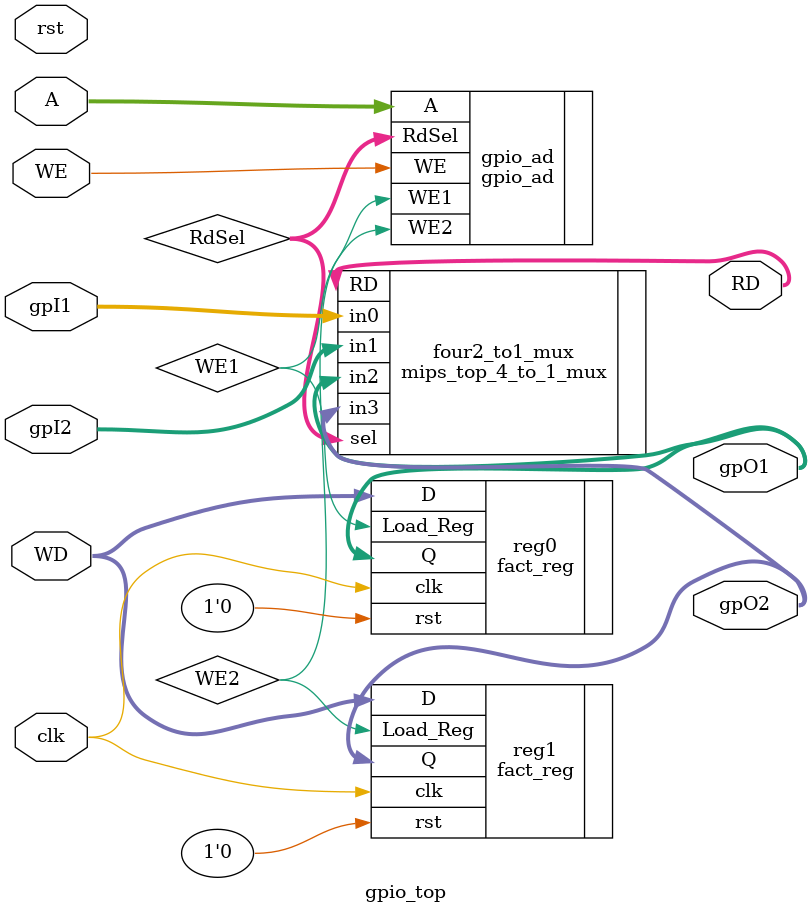
<source format=v>
`timescale 1ns / 1ps

module gpio_top(
input [1:0] A,
input WE,rst,clk,
input [31:0] gpI1, gpI2, WD,
output [31:0] RD, gpO1, gpO2
    );
wire WE1, WE2 ;
wire [1:0] RdSel;

gpio_ad gpio_ad( 
    .A          (A),
    .WE         (WE),
    .WE1        (WE1), 
    .WE2        (WE2), 
    .RdSel      (RdSel)
    );
    
fact_reg reg0( //gpO1
    .clk        (clk), 
    .rst        (1'b0),
    .D          (WD),//0....Sel,Err
    .Load_Reg   (WE1),
    .Q          (gpO1)
    );
    
fact_reg reg1( //gpO2
    .clk        (clk), 
    .rst        (1'b0),
    .D          (WD),
    .Load_Reg   (WE2),
    .Q          (gpO2)
    );
    
mips_top_4_to_1_mux four2_to1_mux(
    .sel            (RdSel),
    .in0            (gpI1),
    .in1            (gpI2),
    .in2            (gpO1),
    .in3            (gpO2),
    .RD             (RD)
    );

endmodule

</source>
